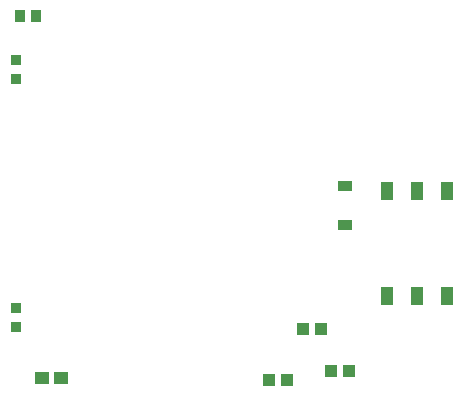
<source format=gtp>
G04 Layer_Color=7318015*
%FSLAX24Y24*%
%MOIN*%
G70*
G01*
G75*
%ADD10R,0.0413X0.0394*%
%ADD11R,0.0335X0.0335*%
%ADD12R,0.0453X0.0413*%
%ADD13R,0.0354X0.0413*%
%ADD14R,0.0480X0.0358*%
%ADD15R,0.0433X0.0591*%
%ADD16R,0.0433X0.0591*%
%ADD17R,0.0433X0.0591*%
D10*
X19646Y10522D02*
D03*
X19055D02*
D03*
X20768Y12215D02*
D03*
X20177D02*
D03*
X21713Y10807D02*
D03*
X21122D02*
D03*
D11*
X10630Y12913D02*
D03*
Y12283D02*
D03*
Y21181D02*
D03*
X10620Y20551D02*
D03*
D12*
X12116Y10591D02*
D03*
X11467D02*
D03*
D13*
X10758Y22657D02*
D03*
X11289D02*
D03*
D14*
X21585Y16984D02*
D03*
Y15693D02*
D03*
D15*
X22992Y16811D02*
D03*
X24992D02*
D03*
X23992D02*
D03*
D16*
X24992Y13307D02*
D03*
X23992D02*
D03*
D17*
X22992D02*
D03*
M02*

</source>
